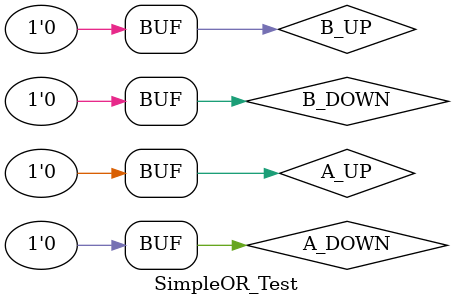
<source format=v>
`timescale 1us / 1us


module SimpleOR_Test;

	// Inputs
	reg A_UP;
	reg A_DOWN;
	reg B_UP;
	reg B_DOWN;

	// Outputs
	wire CH_OUT;

	// Instantiate the Unit Under Test (UUT)
	SimpleOR uut (
		.A_UP(A_UP), 
		.A_DOWN(A_DOWN), 
		.B_UP(B_UP), 
		.B_DOWN(B_DOWN), 
		.CH_OUT(CH_OUT)
	);

	initial begin
		// Initialize Inputs
		A_UP = 0;
		A_DOWN = 0;
		B_UP = 0;
		B_DOWN = 0;

		// Wait 100 ns for global reset to finish
		#100;
		
		
		
		#142.7; //GAP
		A_UP = 1; 
		#10;  //SPIKE
		A_UP = 0;
		#10
		B_UP = 1;
		#10
		B_UP = 0;
		
		#122.7; //GAP
		A_UP = 1; 
		#10;  //SPIKE
		A_UP = 0;
		#10
		B_UP = 1;
		#10
		B_UP = 0;
		
		#122.7; //GAP
		A_UP = 1; 
		#10;  //SPIKE
		A_UP = 0;
		#10
		B_UP = 1;
		#10
		B_UP = 0;
		
		#122.7; //GAP
		A_UP = 1; 
		#10;  //SPIKE
		A_UP = 0;
		#10
		B_UP = 1;
		#10
		B_UP = 0;
		
		#122.7; //GAP
		A_UP = 1; 
		#10;  //SPIKE
		A_UP = 0;
		#10
		B_UP = 1;
		#10
		B_UP = 0;
		
		#122.7; //GAP
		A_UP = 1; 
		#10;  //SPIKE
		A_UP = 0;
		#10
		B_UP = 1;
		#10
		B_UP = 0;
		
		#122.7; //GAP
		A_UP = 1; 
		#10;  //SPIKE
		A_UP = 0;
		#10
		B_UP = 1;
		#10
		B_UP = 0;
		
		#122.7; //GAP
		A_UP = 1; 
		#10;  //SPIKE
		A_UP = 0;
		#10
		B_UP = 1;
		#10
		B_UP = 0;
		
		#122.7; //GAP
		A_UP = 1; 
		#10;  //SPIKE
		A_UP = 0;
		#10
		B_UP = 1;
		#10
		B_UP = 0;
		
		#122.7; //GAP
		A_UP = 1; 
		#10;  //SPIKE
		A_UP = 0;
		#10
		B_UP = 1;
		#10
		B_UP = 0;
		
		#122.7; //GAP
		
		///////
		//DOWN SPIKES
		//////
		#142.7; //GAP
		A_DOWN = 1; 
		#10;  //SPIKE
		A_DOWN = 0;
		#10
		B_DOWN = 1;
		#10
		B_DOWN = 0;
		
		#122.7; //GAP
		A_DOWN = 1; 
		#10;  //SPIKE
		A_DOWN = 0;
		#10
		B_DOWN = 1;
		#10
		B_DOWN = 0;
		
		#122.7; //GAP
		A_DOWN = 1; 
		#10;  //SPIKE
		A_DOWN = 0;
		#10
		B_DOWN = 1;
		#10
		B_DOWN = 0;
		
		#122.7; //GAP
		A_DOWN = 1; 
		#10;  //SPIKE
		A_DOWN = 0;
		#10
		B_DOWN = 1;
		#10
		B_DOWN = 0;
		
		#122.7; //GAP
		A_DOWN = 1; 
		#10;  //SPIKE
		A_DOWN = 0;
		#10
		B_DOWN = 1;
		#10
		B_DOWN = 0;
		
		#122.7; //GAP
		A_DOWN = 1; 
		#10;  //SPIKE
		A_DOWN = 0;
		#10
		B_DOWN = 1;
		#10
		B_DOWN = 0;
		
		#122.7; //GAP
		A_DOWN = 1; 
		#10;  //SPIKE
		A_DOWN = 0;
		#10
		B_DOWN = 1;
		#10
		B_DOWN = 0;
		
		#122.7; //GAP
		A_DOWN = 1; 
		#10;  //SPIKE
		A_DOWN = 0;
		#10
		B_DOWN = 1;
		#10
		B_DOWN = 0;
		
		#122.7; //GAP
		A_DOWN = 1; 
		#10;  //SPIKE
		A_DOWN = 0;
		#10
		B_DOWN = 1;
		#10
		B_DOWN = 0;
		
		#122.7; //GAP
		A_DOWN = 1; 
		#10;  //SPIKE
		A_DOWN = 0;
		#10
		B_DOWN = 1;
		#10
		B_DOWN = 0;
		
		#122.7; //GAP
		
		
	end
      
endmodule


</source>
